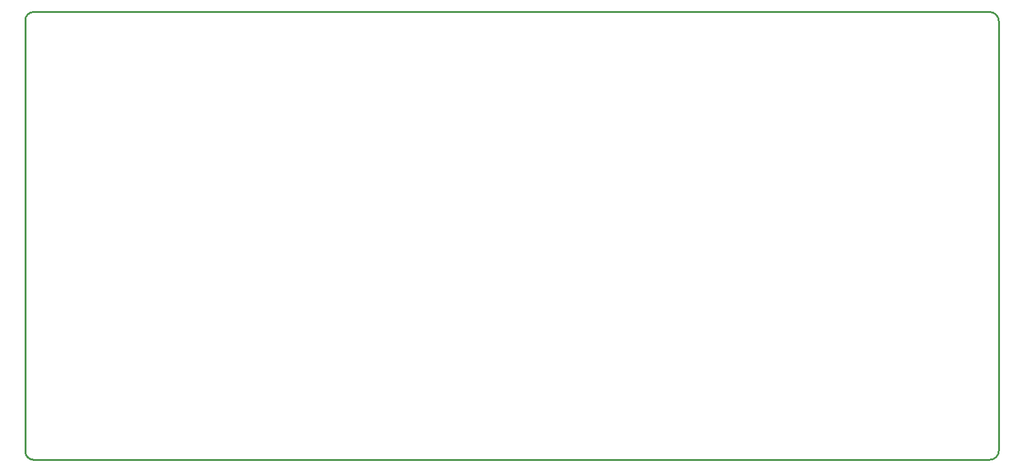
<source format=gko>
G04*
G04 #@! TF.GenerationSoftware,Altium Limited,Altium Designer,21.9.1 (22)*
G04*
G04 Layer_Color=16711935*
%FSLAX25Y25*%
%MOIN*%
G70*
G04*
G04 #@! TF.SameCoordinates,D67FD960-D183-44D8-A287-F522006B6830*
G04*
G04*
G04 #@! TF.FilePolarity,Positive*
G04*
G01*
G75*
%ADD12C,0.01000*%
D12*
X522000Y-242595D02*
G03*
X527000Y-237595I0J5000D01*
G01*
Y-5000D02*
G03*
X522000Y0I-5000J0D01*
G01*
X4500Y-0D02*
G03*
X4500Y0I0J0D01*
G01*
X0Y-238094D02*
G03*
X4500Y-242595I4500J0D01*
G01*
Y0D02*
G03*
X0Y-4500I0J-4500D01*
G01*
X4500Y0D02*
X522000D01*
X527000Y-237595D02*
Y-5000D01*
X4500Y-242595D02*
X522000D01*
X0Y-238094D02*
Y-4500D01*
M02*

</source>
